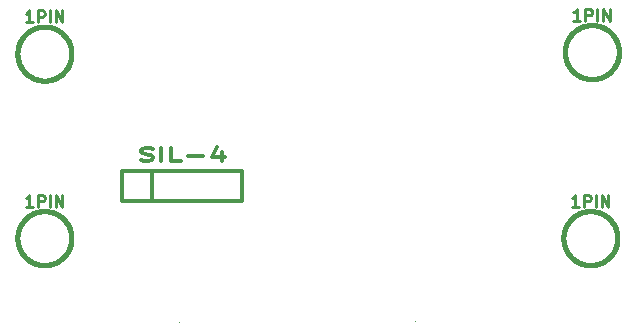
<source format=gto>
G04 ( created by brdgerber.py ( brdgerber.py v0.1 2014-03-12 ) ) date 2021-02-05 00:02:16 EST*
G04 Gerber Fmt 3.4, Leading zero omitted, Abs format*
%MOIN*%
%FSLAX34Y34*%
G01*
G70*
G90*
G04 APERTURE LIST*
%ADD10C,0.0800*%
%ADD14R,0.0550X0.0550*%
%ADD18C,0.0100*%
%ADD20C,0.0787*%
%ADD13C,0.0200*%
%ADD11C,0.0787*%
%ADD17C,0.1600*%
%ADD19C,0.0150*%
%ADD16C,0.0120*%
%ADD12C,0.0000*%
%ADD15C,0.0550*%
G04 APERTURE END LIST*
G54D10*
D16*
G01X-06100Y00150D02*
G01X-06100Y00150D01*
D16*
G01X-06100Y-00850D02*
G01X-06100Y00150D01*
D16*
G01X-06100Y00150D02*
G01X-06100Y00150D01*
D16*
G01X-06100Y00150D02*
G01X-02100Y00150D01*
D16*
G01X-02100Y00150D02*
G01X-02100Y-00850D01*
D16*
G01X-02100Y-00850D02*
G01X-06100Y-00850D01*
D16*
G01X-05100Y-00850D02*
G01X-05100Y00150D01*
D16*
G01X-05482Y00497D02*
G01X-05385Y00477D01*
G01X-05222Y00477D01*
G01X-05157Y00497D01*
G01X-05124Y00518D01*
G01X-05092Y00558D01*
G01X-05092Y00599D01*
G01X-05124Y00640D01*
G01X-05157Y00660D01*
G01X-05222Y00681D01*
G01X-05352Y00701D01*
G01X-05417Y00721D01*
G01X-05450Y00742D01*
G01X-05482Y00782D01*
G01X-05482Y00823D01*
G01X-05450Y00864D01*
G01X-05417Y00884D01*
G01X-05352Y00905D01*
G01X-05190Y00905D01*
G01X-05092Y00884D01*
D16*
G01X-04799Y00477D02*
G01X-04799Y00905D01*
D16*
G01X-04149Y00477D02*
G01X-04474Y00477D01*
G01X-04474Y00905D01*
D16*
G01X-03921Y00640D02*
G01X-03401Y00640D01*
D16*
G01X-02783Y00762D02*
G01X-02783Y00477D01*
D16*
G01X-02945Y00925D02*
G01X-03108Y00619D01*
G01X-02685Y00619D01*
D19*
G01X-07800Y04050D02*
G01X-07800Y04050D01*
G01X-07800Y04072D01*
G01X-07801Y04094D01*
G01X-07802Y04116D01*
G01X-07804Y04138D01*
G01X-07807Y04160D01*
G01X-07810Y04182D01*
G01X-07813Y04204D01*
G01X-07817Y04226D01*
G01X-07822Y04247D01*
G01X-07827Y04269D01*
G01X-07833Y04290D01*
G01X-07839Y04311D01*
G01X-07845Y04332D01*
G01X-07853Y04353D01*
G01X-07860Y04374D01*
G01X-07869Y04394D01*
G01X-07877Y04415D01*
G01X-07886Y04435D01*
G01X-07896Y04455D01*
G01X-07906Y04474D01*
G01X-07917Y04494D01*
G01X-07928Y04513D01*
G01X-07940Y04531D01*
G01X-07952Y04550D01*
G01X-07964Y04568D01*
G01X-07977Y04586D01*
G01X-07990Y04604D01*
G01X-08004Y04621D01*
G01X-08019Y04638D01*
G01X-08033Y04654D01*
G01X-08048Y04671D01*
G01X-08064Y04686D01*
G01X-08079Y04702D01*
G01X-08096Y04717D01*
G01X-08112Y04731D01*
G01X-08129Y04746D01*
G01X-08146Y04760D01*
G01X-08164Y04773D01*
G01X-08182Y04786D01*
G01X-08200Y04798D01*
G01X-08219Y04810D01*
G01X-08237Y04822D01*
G01X-08256Y04833D01*
G01X-08276Y04844D01*
G01X-08295Y04854D01*
G01X-08315Y04864D01*
G01X-08335Y04873D01*
G01X-08356Y04881D01*
G01X-08376Y04890D01*
G01X-08397Y04897D01*
G01X-08418Y04905D01*
G01X-08439Y04911D01*
G01X-08460Y04917D01*
G01X-08481Y04923D01*
G01X-08503Y04928D01*
G01X-08524Y04933D01*
G01X-08546Y04937D01*
G01X-08568Y04940D01*
G01X-08590Y04943D01*
G01X-08612Y04946D01*
G01X-08634Y04948D01*
G01X-08656Y04949D01*
G01X-08678Y04950D01*
G01X-08700Y04950D01*
G01X-08722Y04950D01*
G01X-08744Y04949D01*
G01X-08766Y04948D01*
G01X-08788Y04946D01*
G01X-08810Y04943D01*
G01X-08832Y04940D01*
G01X-08854Y04937D01*
G01X-08876Y04933D01*
G01X-08897Y04928D01*
G01X-08919Y04923D01*
G01X-08940Y04917D01*
G01X-08961Y04911D01*
G01X-08982Y04905D01*
G01X-09003Y04897D01*
G01X-09024Y04890D01*
G01X-09044Y04881D01*
G01X-09065Y04873D01*
G01X-09085Y04864D01*
G01X-09105Y04854D01*
G01X-09124Y04844D01*
G01X-09144Y04833D01*
G01X-09163Y04822D01*
G01X-09181Y04810D01*
G01X-09200Y04798D01*
G01X-09218Y04786D01*
G01X-09236Y04773D01*
G01X-09254Y04760D01*
G01X-09271Y04746D01*
G01X-09288Y04731D01*
G01X-09304Y04717D01*
G01X-09321Y04702D01*
G01X-09336Y04686D01*
G01X-09352Y04671D01*
G01X-09367Y04654D01*
G01X-09381Y04638D01*
G01X-09396Y04621D01*
G01X-09410Y04604D01*
G01X-09423Y04586D01*
G01X-09436Y04568D01*
G01X-09448Y04550D01*
G01X-09460Y04531D01*
G01X-09472Y04513D01*
G01X-09483Y04494D01*
G01X-09494Y04474D01*
G01X-09504Y04455D01*
G01X-09514Y04435D01*
G01X-09523Y04415D01*
G01X-09531Y04394D01*
G01X-09540Y04374D01*
G01X-09547Y04353D01*
G01X-09555Y04332D01*
G01X-09561Y04311D01*
G01X-09567Y04290D01*
G01X-09573Y04269D01*
G01X-09578Y04247D01*
G01X-09583Y04226D01*
G01X-09587Y04204D01*
G01X-09590Y04182D01*
G01X-09593Y04160D01*
G01X-09596Y04138D01*
G01X-09598Y04116D01*
G01X-09599Y04094D01*
G01X-09600Y04072D01*
G01X-09600Y04050D01*
G01X-09600Y04028D01*
G01X-09599Y04006D01*
G01X-09598Y03984D01*
G01X-09596Y03962D01*
G01X-09593Y03940D01*
G01X-09590Y03918D01*
G01X-09587Y03896D01*
G01X-09583Y03874D01*
G01X-09578Y03853D01*
G01X-09573Y03831D01*
G01X-09567Y03810D01*
G01X-09561Y03789D01*
G01X-09555Y03768D01*
G01X-09547Y03747D01*
G01X-09540Y03726D01*
G01X-09531Y03706D01*
G01X-09523Y03685D01*
G01X-09514Y03665D01*
G01X-09504Y03645D01*
G01X-09494Y03626D01*
G01X-09483Y03606D01*
G01X-09472Y03587D01*
G01X-09460Y03569D01*
G01X-09448Y03550D01*
G01X-09436Y03532D01*
G01X-09423Y03514D01*
G01X-09410Y03496D01*
G01X-09396Y03479D01*
G01X-09381Y03462D01*
G01X-09367Y03446D01*
G01X-09352Y03429D01*
G01X-09336Y03414D01*
G01X-09321Y03398D01*
G01X-09304Y03383D01*
G01X-09288Y03369D01*
G01X-09271Y03354D01*
G01X-09254Y03340D01*
G01X-09236Y03327D01*
G01X-09218Y03314D01*
G01X-09200Y03302D01*
G01X-09181Y03290D01*
G01X-09163Y03278D01*
G01X-09144Y03267D01*
G01X-09124Y03256D01*
G01X-09105Y03246D01*
G01X-09085Y03236D01*
G01X-09065Y03227D01*
G01X-09044Y03219D01*
G01X-09024Y03210D01*
G01X-09003Y03203D01*
G01X-08982Y03195D01*
G01X-08961Y03189D01*
G01X-08940Y03183D01*
G01X-08919Y03177D01*
G01X-08897Y03172D01*
G01X-08876Y03167D01*
G01X-08854Y03163D01*
G01X-08832Y03160D01*
G01X-08810Y03157D01*
G01X-08788Y03154D01*
G01X-08766Y03152D01*
G01X-08744Y03151D01*
G01X-08722Y03150D01*
G01X-08700Y03150D01*
G01X-08678Y03150D01*
G01X-08656Y03151D01*
G01X-08634Y03152D01*
G01X-08612Y03154D01*
G01X-08590Y03157D01*
G01X-08568Y03160D01*
G01X-08546Y03163D01*
G01X-08524Y03167D01*
G01X-08503Y03172D01*
G01X-08481Y03177D01*
G01X-08460Y03183D01*
G01X-08439Y03189D01*
G01X-08418Y03195D01*
G01X-08397Y03203D01*
G01X-08376Y03210D01*
G01X-08356Y03219D01*
G01X-08335Y03227D01*
G01X-08315Y03236D01*
G01X-08295Y03246D01*
G01X-08276Y03256D01*
G01X-08256Y03267D01*
G01X-08237Y03278D01*
G01X-08219Y03290D01*
G01X-08200Y03302D01*
G01X-08182Y03314D01*
G01X-08164Y03327D01*
G01X-08146Y03340D01*
G01X-08129Y03354D01*
G01X-08112Y03369D01*
G01X-08096Y03383D01*
G01X-08079Y03398D01*
G01X-08064Y03414D01*
G01X-08048Y03429D01*
G01X-08033Y03446D01*
G01X-08019Y03462D01*
G01X-08004Y03479D01*
G01X-07990Y03496D01*
G01X-07977Y03514D01*
G01X-07964Y03532D01*
G01X-07952Y03550D01*
G01X-07940Y03569D01*
G01X-07928Y03587D01*
G01X-07917Y03606D01*
G01X-07906Y03626D01*
G01X-07896Y03645D01*
G01X-07886Y03665D01*
G01X-07877Y03685D01*
G01X-07869Y03706D01*
G01X-07860Y03726D01*
G01X-07853Y03747D01*
G01X-07845Y03768D01*
G01X-07839Y03789D01*
G01X-07833Y03810D01*
G01X-07827Y03831D01*
G01X-07822Y03853D01*
G01X-07817Y03874D01*
G01X-07813Y03896D01*
G01X-07810Y03918D01*
G01X-07807Y03940D01*
G01X-07804Y03962D01*
G01X-07802Y03984D01*
G01X-07801Y04006D01*
G01X-07800Y04028D01*
G01X-07800Y04050D01*
D18*
G01X-09090Y05088D02*
G01X-09319Y05088D01*
D18*
G01X-09205Y05088D02*
G01X-09205Y05488D01*
G01X-09243Y05431D01*
G01X-09281Y05393D01*
G01X-09319Y05374D01*
D18*
G01X-08919Y05088D02*
G01X-08919Y05488D01*
G01X-08767Y05488D01*
G01X-08729Y05469D01*
G01X-08710Y05450D01*
G01X-08690Y05412D01*
G01X-08690Y05355D01*
G01X-08710Y05317D01*
G01X-08729Y05298D01*
G01X-08767Y05279D01*
G01X-08919Y05279D01*
D18*
G01X-08519Y05088D02*
G01X-08519Y05488D01*
D18*
G01X-08329Y05088D02*
G01X-08329Y05488D01*
G01X-08100Y05088D01*
G01X-08100Y05488D01*
D19*
G01X10450Y04100D02*
G01X10450Y04100D01*
G01X10450Y04122D01*
G01X10449Y04144D01*
G01X10448Y04166D01*
G01X10446Y04188D01*
G01X10443Y04210D01*
G01X10440Y04232D01*
G01X10437Y04254D01*
G01X10433Y04276D01*
G01X10428Y04297D01*
G01X10423Y04319D01*
G01X10417Y04340D01*
G01X10411Y04361D01*
G01X10405Y04382D01*
G01X10397Y04403D01*
G01X10390Y04424D01*
G01X10381Y04444D01*
G01X10373Y04465D01*
G01X10364Y04485D01*
G01X10354Y04505D01*
G01X10344Y04524D01*
G01X10333Y04544D01*
G01X10322Y04563D01*
G01X10310Y04581D01*
G01X10298Y04600D01*
G01X10286Y04618D01*
G01X10273Y04636D01*
G01X10260Y04654D01*
G01X10246Y04671D01*
G01X10231Y04688D01*
G01X10217Y04704D01*
G01X10202Y04721D01*
G01X10186Y04736D01*
G01X10171Y04752D01*
G01X10154Y04767D01*
G01X10138Y04781D01*
G01X10121Y04796D01*
G01X10104Y04810D01*
G01X10086Y04823D01*
G01X10068Y04836D01*
G01X10050Y04848D01*
G01X10031Y04860D01*
G01X10013Y04872D01*
G01X09994Y04883D01*
G01X09974Y04894D01*
G01X09955Y04904D01*
G01X09935Y04914D01*
G01X09915Y04923D01*
G01X09894Y04931D01*
G01X09874Y04940D01*
G01X09853Y04947D01*
G01X09832Y04955D01*
G01X09811Y04961D01*
G01X09790Y04967D01*
G01X09769Y04973D01*
G01X09747Y04978D01*
G01X09726Y04983D01*
G01X09704Y04987D01*
G01X09682Y04990D01*
G01X09660Y04993D01*
G01X09638Y04996D01*
G01X09616Y04998D01*
G01X09594Y04999D01*
G01X09572Y05000D01*
G01X09550Y05000D01*
G01X09528Y05000D01*
G01X09506Y04999D01*
G01X09484Y04998D01*
G01X09462Y04996D01*
G01X09440Y04993D01*
G01X09418Y04990D01*
G01X09396Y04987D01*
G01X09374Y04983D01*
G01X09353Y04978D01*
G01X09331Y04973D01*
G01X09310Y04967D01*
G01X09289Y04961D01*
G01X09268Y04955D01*
G01X09247Y04947D01*
G01X09226Y04940D01*
G01X09206Y04931D01*
G01X09185Y04923D01*
G01X09165Y04914D01*
G01X09145Y04904D01*
G01X09126Y04894D01*
G01X09106Y04883D01*
G01X09087Y04872D01*
G01X09069Y04860D01*
G01X09050Y04848D01*
G01X09032Y04836D01*
G01X09014Y04823D01*
G01X08996Y04810D01*
G01X08979Y04796D01*
G01X08962Y04781D01*
G01X08946Y04767D01*
G01X08929Y04752D01*
G01X08914Y04736D01*
G01X08898Y04721D01*
G01X08883Y04704D01*
G01X08869Y04688D01*
G01X08854Y04671D01*
G01X08840Y04654D01*
G01X08827Y04636D01*
G01X08814Y04618D01*
G01X08802Y04600D01*
G01X08790Y04581D01*
G01X08778Y04563D01*
G01X08767Y04544D01*
G01X08756Y04524D01*
G01X08746Y04505D01*
G01X08736Y04485D01*
G01X08727Y04465D01*
G01X08719Y04444D01*
G01X08710Y04424D01*
G01X08703Y04403D01*
G01X08695Y04382D01*
G01X08689Y04361D01*
G01X08683Y04340D01*
G01X08677Y04319D01*
G01X08672Y04297D01*
G01X08667Y04276D01*
G01X08663Y04254D01*
G01X08660Y04232D01*
G01X08657Y04210D01*
G01X08654Y04188D01*
G01X08652Y04166D01*
G01X08651Y04144D01*
G01X08650Y04122D01*
G01X08650Y04100D01*
G01X08650Y04078D01*
G01X08651Y04056D01*
G01X08652Y04034D01*
G01X08654Y04012D01*
G01X08657Y03990D01*
G01X08660Y03968D01*
G01X08663Y03946D01*
G01X08667Y03924D01*
G01X08672Y03903D01*
G01X08677Y03881D01*
G01X08683Y03860D01*
G01X08689Y03839D01*
G01X08695Y03818D01*
G01X08703Y03797D01*
G01X08710Y03776D01*
G01X08719Y03756D01*
G01X08727Y03735D01*
G01X08736Y03715D01*
G01X08746Y03695D01*
G01X08756Y03676D01*
G01X08767Y03656D01*
G01X08778Y03637D01*
G01X08790Y03619D01*
G01X08802Y03600D01*
G01X08814Y03582D01*
G01X08827Y03564D01*
G01X08840Y03546D01*
G01X08854Y03529D01*
G01X08869Y03512D01*
G01X08883Y03496D01*
G01X08898Y03479D01*
G01X08914Y03464D01*
G01X08929Y03448D01*
G01X08946Y03433D01*
G01X08962Y03419D01*
G01X08979Y03404D01*
G01X08996Y03390D01*
G01X09014Y03377D01*
G01X09032Y03364D01*
G01X09050Y03352D01*
G01X09069Y03340D01*
G01X09087Y03328D01*
G01X09106Y03317D01*
G01X09126Y03306D01*
G01X09145Y03296D01*
G01X09165Y03286D01*
G01X09185Y03277D01*
G01X09206Y03269D01*
G01X09226Y03260D01*
G01X09247Y03253D01*
G01X09268Y03245D01*
G01X09289Y03239D01*
G01X09310Y03233D01*
G01X09331Y03227D01*
G01X09353Y03222D01*
G01X09374Y03217D01*
G01X09396Y03213D01*
G01X09418Y03210D01*
G01X09440Y03207D01*
G01X09462Y03204D01*
G01X09484Y03202D01*
G01X09506Y03201D01*
G01X09528Y03200D01*
G01X09550Y03200D01*
G01X09572Y03200D01*
G01X09594Y03201D01*
G01X09616Y03202D01*
G01X09638Y03204D01*
G01X09660Y03207D01*
G01X09682Y03210D01*
G01X09704Y03213D01*
G01X09726Y03217D01*
G01X09747Y03222D01*
G01X09769Y03227D01*
G01X09790Y03233D01*
G01X09811Y03239D01*
G01X09832Y03245D01*
G01X09853Y03253D01*
G01X09874Y03260D01*
G01X09894Y03269D01*
G01X09915Y03277D01*
G01X09935Y03286D01*
G01X09955Y03296D01*
G01X09974Y03306D01*
G01X09994Y03317D01*
G01X10013Y03328D01*
G01X10031Y03340D01*
G01X10050Y03352D01*
G01X10068Y03364D01*
G01X10086Y03377D01*
G01X10104Y03390D01*
G01X10121Y03404D01*
G01X10138Y03419D01*
G01X10154Y03433D01*
G01X10171Y03448D01*
G01X10186Y03464D01*
G01X10202Y03479D01*
G01X10217Y03496D01*
G01X10231Y03512D01*
G01X10246Y03529D01*
G01X10260Y03546D01*
G01X10273Y03564D01*
G01X10286Y03582D01*
G01X10298Y03600D01*
G01X10310Y03619D01*
G01X10322Y03637D01*
G01X10333Y03656D01*
G01X10344Y03676D01*
G01X10354Y03695D01*
G01X10364Y03715D01*
G01X10373Y03735D01*
G01X10381Y03756D01*
G01X10390Y03776D01*
G01X10397Y03797D01*
G01X10405Y03818D01*
G01X10411Y03839D01*
G01X10417Y03860D01*
G01X10423Y03881D01*
G01X10428Y03903D01*
G01X10433Y03924D01*
G01X10437Y03946D01*
G01X10440Y03968D01*
G01X10443Y03990D01*
G01X10446Y04012D01*
G01X10448Y04034D01*
G01X10449Y04056D01*
G01X10450Y04078D01*
G01X10450Y04100D01*
D18*
G01X09160Y05138D02*
G01X08931Y05138D01*
D18*
G01X09045Y05138D02*
G01X09045Y05538D01*
G01X09007Y05481D01*
G01X08969Y05443D01*
G01X08931Y05424D01*
D18*
G01X09331Y05138D02*
G01X09331Y05538D01*
G01X09483Y05538D01*
G01X09521Y05519D01*
G01X09540Y05500D01*
G01X09560Y05462D01*
G01X09560Y05405D01*
G01X09540Y05367D01*
G01X09521Y05348D01*
G01X09483Y05329D01*
G01X09331Y05329D01*
D18*
G01X09731Y05138D02*
G01X09731Y05538D01*
D18*
G01X09921Y05138D02*
G01X09921Y05538D01*
G01X10150Y05138D01*
G01X10150Y05538D01*
D19*
G01X-07800Y-02100D02*
G01X-07800Y-02100D01*
G01X-07800Y-02078D01*
G01X-07801Y-02056D01*
G01X-07802Y-02034D01*
G01X-07804Y-02012D01*
G01X-07807Y-01990D01*
G01X-07810Y-01968D01*
G01X-07813Y-01946D01*
G01X-07817Y-01924D01*
G01X-07822Y-01903D01*
G01X-07827Y-01881D01*
G01X-07833Y-01860D01*
G01X-07839Y-01839D01*
G01X-07845Y-01818D01*
G01X-07853Y-01797D01*
G01X-07860Y-01776D01*
G01X-07869Y-01756D01*
G01X-07877Y-01735D01*
G01X-07886Y-01715D01*
G01X-07896Y-01695D01*
G01X-07906Y-01676D01*
G01X-07917Y-01656D01*
G01X-07928Y-01637D01*
G01X-07940Y-01619D01*
G01X-07952Y-01600D01*
G01X-07964Y-01582D01*
G01X-07977Y-01564D01*
G01X-07990Y-01546D01*
G01X-08004Y-01529D01*
G01X-08019Y-01512D01*
G01X-08033Y-01496D01*
G01X-08048Y-01479D01*
G01X-08064Y-01464D01*
G01X-08079Y-01448D01*
G01X-08096Y-01433D01*
G01X-08112Y-01419D01*
G01X-08129Y-01404D01*
G01X-08146Y-01390D01*
G01X-08164Y-01377D01*
G01X-08182Y-01364D01*
G01X-08200Y-01352D01*
G01X-08219Y-01340D01*
G01X-08237Y-01328D01*
G01X-08256Y-01317D01*
G01X-08276Y-01306D01*
G01X-08295Y-01296D01*
G01X-08315Y-01286D01*
G01X-08335Y-01277D01*
G01X-08356Y-01269D01*
G01X-08376Y-01260D01*
G01X-08397Y-01253D01*
G01X-08418Y-01245D01*
G01X-08439Y-01239D01*
G01X-08460Y-01233D01*
G01X-08481Y-01227D01*
G01X-08503Y-01222D01*
G01X-08524Y-01217D01*
G01X-08546Y-01213D01*
G01X-08568Y-01210D01*
G01X-08590Y-01207D01*
G01X-08612Y-01204D01*
G01X-08634Y-01202D01*
G01X-08656Y-01201D01*
G01X-08678Y-01200D01*
G01X-08700Y-01200D01*
G01X-08722Y-01200D01*
G01X-08744Y-01201D01*
G01X-08766Y-01202D01*
G01X-08788Y-01204D01*
G01X-08810Y-01207D01*
G01X-08832Y-01210D01*
G01X-08854Y-01213D01*
G01X-08876Y-01217D01*
G01X-08897Y-01222D01*
G01X-08919Y-01227D01*
G01X-08940Y-01233D01*
G01X-08961Y-01239D01*
G01X-08982Y-01245D01*
G01X-09003Y-01253D01*
G01X-09024Y-01260D01*
G01X-09044Y-01269D01*
G01X-09065Y-01277D01*
G01X-09085Y-01286D01*
G01X-09105Y-01296D01*
G01X-09124Y-01306D01*
G01X-09144Y-01317D01*
G01X-09163Y-01328D01*
G01X-09181Y-01340D01*
G01X-09200Y-01352D01*
G01X-09218Y-01364D01*
G01X-09236Y-01377D01*
G01X-09254Y-01390D01*
G01X-09271Y-01404D01*
G01X-09288Y-01419D01*
G01X-09304Y-01433D01*
G01X-09321Y-01448D01*
G01X-09336Y-01464D01*
G01X-09352Y-01479D01*
G01X-09367Y-01496D01*
G01X-09381Y-01512D01*
G01X-09396Y-01529D01*
G01X-09410Y-01546D01*
G01X-09423Y-01564D01*
G01X-09436Y-01582D01*
G01X-09448Y-01600D01*
G01X-09460Y-01619D01*
G01X-09472Y-01637D01*
G01X-09483Y-01656D01*
G01X-09494Y-01676D01*
G01X-09504Y-01695D01*
G01X-09514Y-01715D01*
G01X-09523Y-01735D01*
G01X-09531Y-01756D01*
G01X-09540Y-01776D01*
G01X-09547Y-01797D01*
G01X-09555Y-01818D01*
G01X-09561Y-01839D01*
G01X-09567Y-01860D01*
G01X-09573Y-01881D01*
G01X-09578Y-01903D01*
G01X-09583Y-01924D01*
G01X-09587Y-01946D01*
G01X-09590Y-01968D01*
G01X-09593Y-01990D01*
G01X-09596Y-02012D01*
G01X-09598Y-02034D01*
G01X-09599Y-02056D01*
G01X-09600Y-02078D01*
G01X-09600Y-02100D01*
G01X-09600Y-02122D01*
G01X-09599Y-02144D01*
G01X-09598Y-02166D01*
G01X-09596Y-02188D01*
G01X-09593Y-02210D01*
G01X-09590Y-02232D01*
G01X-09587Y-02254D01*
G01X-09583Y-02276D01*
G01X-09578Y-02297D01*
G01X-09573Y-02319D01*
G01X-09567Y-02340D01*
G01X-09561Y-02361D01*
G01X-09555Y-02382D01*
G01X-09547Y-02403D01*
G01X-09540Y-02424D01*
G01X-09531Y-02444D01*
G01X-09523Y-02465D01*
G01X-09514Y-02485D01*
G01X-09504Y-02505D01*
G01X-09494Y-02524D01*
G01X-09483Y-02544D01*
G01X-09472Y-02563D01*
G01X-09460Y-02581D01*
G01X-09448Y-02600D01*
G01X-09436Y-02618D01*
G01X-09423Y-02636D01*
G01X-09410Y-02654D01*
G01X-09396Y-02671D01*
G01X-09381Y-02688D01*
G01X-09367Y-02704D01*
G01X-09352Y-02721D01*
G01X-09336Y-02736D01*
G01X-09321Y-02752D01*
G01X-09304Y-02767D01*
G01X-09288Y-02781D01*
G01X-09271Y-02796D01*
G01X-09254Y-02810D01*
G01X-09236Y-02823D01*
G01X-09218Y-02836D01*
G01X-09200Y-02848D01*
G01X-09181Y-02860D01*
G01X-09163Y-02872D01*
G01X-09144Y-02883D01*
G01X-09124Y-02894D01*
G01X-09105Y-02904D01*
G01X-09085Y-02914D01*
G01X-09065Y-02923D01*
G01X-09044Y-02931D01*
G01X-09024Y-02940D01*
G01X-09003Y-02947D01*
G01X-08982Y-02955D01*
G01X-08961Y-02961D01*
G01X-08940Y-02967D01*
G01X-08919Y-02973D01*
G01X-08897Y-02978D01*
G01X-08876Y-02983D01*
G01X-08854Y-02987D01*
G01X-08832Y-02990D01*
G01X-08810Y-02993D01*
G01X-08788Y-02996D01*
G01X-08766Y-02998D01*
G01X-08744Y-02999D01*
G01X-08722Y-03000D01*
G01X-08700Y-03000D01*
G01X-08678Y-03000D01*
G01X-08656Y-02999D01*
G01X-08634Y-02998D01*
G01X-08612Y-02996D01*
G01X-08590Y-02993D01*
G01X-08568Y-02990D01*
G01X-08546Y-02987D01*
G01X-08524Y-02983D01*
G01X-08503Y-02978D01*
G01X-08481Y-02973D01*
G01X-08460Y-02967D01*
G01X-08439Y-02961D01*
G01X-08418Y-02955D01*
G01X-08397Y-02947D01*
G01X-08376Y-02940D01*
G01X-08356Y-02931D01*
G01X-08335Y-02923D01*
G01X-08315Y-02914D01*
G01X-08295Y-02904D01*
G01X-08276Y-02894D01*
G01X-08256Y-02883D01*
G01X-08237Y-02872D01*
G01X-08219Y-02860D01*
G01X-08200Y-02848D01*
G01X-08182Y-02836D01*
G01X-08164Y-02823D01*
G01X-08146Y-02810D01*
G01X-08129Y-02796D01*
G01X-08112Y-02781D01*
G01X-08096Y-02767D01*
G01X-08079Y-02752D01*
G01X-08064Y-02736D01*
G01X-08048Y-02721D01*
G01X-08033Y-02704D01*
G01X-08019Y-02688D01*
G01X-08004Y-02671D01*
G01X-07990Y-02654D01*
G01X-07977Y-02636D01*
G01X-07964Y-02618D01*
G01X-07952Y-02600D01*
G01X-07940Y-02581D01*
G01X-07928Y-02563D01*
G01X-07917Y-02544D01*
G01X-07906Y-02524D01*
G01X-07896Y-02505D01*
G01X-07886Y-02485D01*
G01X-07877Y-02465D01*
G01X-07869Y-02444D01*
G01X-07860Y-02424D01*
G01X-07853Y-02403D01*
G01X-07845Y-02382D01*
G01X-07839Y-02361D01*
G01X-07833Y-02340D01*
G01X-07827Y-02319D01*
G01X-07822Y-02297D01*
G01X-07817Y-02276D01*
G01X-07813Y-02254D01*
G01X-07810Y-02232D01*
G01X-07807Y-02210D01*
G01X-07804Y-02188D01*
G01X-07802Y-02166D01*
G01X-07801Y-02144D01*
G01X-07800Y-02122D01*
G01X-07800Y-02100D01*
D18*
G01X-09090Y-01062D02*
G01X-09319Y-01062D01*
D18*
G01X-09205Y-01062D02*
G01X-09205Y-00662D01*
G01X-09243Y-00719D01*
G01X-09281Y-00757D01*
G01X-09319Y-00776D01*
D18*
G01X-08919Y-01062D02*
G01X-08919Y-00662D01*
G01X-08767Y-00662D01*
G01X-08729Y-00681D01*
G01X-08710Y-00700D01*
G01X-08690Y-00738D01*
G01X-08690Y-00795D01*
G01X-08710Y-00833D01*
G01X-08729Y-00852D01*
G01X-08767Y-00871D01*
G01X-08919Y-00871D01*
D18*
G01X-08519Y-01062D02*
G01X-08519Y-00662D01*
D18*
G01X-08329Y-01062D02*
G01X-08329Y-00662D01*
G01X-08100Y-01062D01*
G01X-08100Y-00662D01*
D19*
G01X10400Y-02100D02*
G01X10400Y-02100D01*
G01X10400Y-02078D01*
G01X10399Y-02056D01*
G01X10398Y-02034D01*
G01X10396Y-02012D01*
G01X10393Y-01990D01*
G01X10390Y-01968D01*
G01X10387Y-01946D01*
G01X10383Y-01924D01*
G01X10378Y-01903D01*
G01X10373Y-01881D01*
G01X10367Y-01860D01*
G01X10361Y-01839D01*
G01X10355Y-01818D01*
G01X10347Y-01797D01*
G01X10340Y-01776D01*
G01X10331Y-01756D01*
G01X10323Y-01735D01*
G01X10314Y-01715D01*
G01X10304Y-01695D01*
G01X10294Y-01676D01*
G01X10283Y-01656D01*
G01X10272Y-01637D01*
G01X10260Y-01619D01*
G01X10248Y-01600D01*
G01X10236Y-01582D01*
G01X10223Y-01564D01*
G01X10210Y-01546D01*
G01X10196Y-01529D01*
G01X10181Y-01512D01*
G01X10167Y-01496D01*
G01X10152Y-01479D01*
G01X10136Y-01464D01*
G01X10121Y-01448D01*
G01X10104Y-01433D01*
G01X10088Y-01419D01*
G01X10071Y-01404D01*
G01X10054Y-01390D01*
G01X10036Y-01377D01*
G01X10018Y-01364D01*
G01X10000Y-01352D01*
G01X09981Y-01340D01*
G01X09963Y-01328D01*
G01X09944Y-01317D01*
G01X09924Y-01306D01*
G01X09905Y-01296D01*
G01X09885Y-01286D01*
G01X09865Y-01277D01*
G01X09844Y-01269D01*
G01X09824Y-01260D01*
G01X09803Y-01253D01*
G01X09782Y-01245D01*
G01X09761Y-01239D01*
G01X09740Y-01233D01*
G01X09719Y-01227D01*
G01X09697Y-01222D01*
G01X09676Y-01217D01*
G01X09654Y-01213D01*
G01X09632Y-01210D01*
G01X09610Y-01207D01*
G01X09588Y-01204D01*
G01X09566Y-01202D01*
G01X09544Y-01201D01*
G01X09522Y-01200D01*
G01X09500Y-01200D01*
G01X09478Y-01200D01*
G01X09456Y-01201D01*
G01X09434Y-01202D01*
G01X09412Y-01204D01*
G01X09390Y-01207D01*
G01X09368Y-01210D01*
G01X09346Y-01213D01*
G01X09324Y-01217D01*
G01X09303Y-01222D01*
G01X09281Y-01227D01*
G01X09260Y-01233D01*
G01X09239Y-01239D01*
G01X09218Y-01245D01*
G01X09197Y-01253D01*
G01X09176Y-01260D01*
G01X09156Y-01269D01*
G01X09135Y-01277D01*
G01X09115Y-01286D01*
G01X09095Y-01296D01*
G01X09076Y-01306D01*
G01X09056Y-01317D01*
G01X09037Y-01328D01*
G01X09019Y-01340D01*
G01X09000Y-01352D01*
G01X08982Y-01364D01*
G01X08964Y-01377D01*
G01X08946Y-01390D01*
G01X08929Y-01404D01*
G01X08912Y-01419D01*
G01X08896Y-01433D01*
G01X08879Y-01448D01*
G01X08864Y-01464D01*
G01X08848Y-01479D01*
G01X08833Y-01496D01*
G01X08819Y-01512D01*
G01X08804Y-01529D01*
G01X08790Y-01546D01*
G01X08777Y-01564D01*
G01X08764Y-01582D01*
G01X08752Y-01600D01*
G01X08740Y-01619D01*
G01X08728Y-01637D01*
G01X08717Y-01656D01*
G01X08706Y-01676D01*
G01X08696Y-01695D01*
G01X08686Y-01715D01*
G01X08677Y-01735D01*
G01X08669Y-01756D01*
G01X08660Y-01776D01*
G01X08653Y-01797D01*
G01X08645Y-01818D01*
G01X08639Y-01839D01*
G01X08633Y-01860D01*
G01X08627Y-01881D01*
G01X08622Y-01903D01*
G01X08617Y-01924D01*
G01X08613Y-01946D01*
G01X08610Y-01968D01*
G01X08607Y-01990D01*
G01X08604Y-02012D01*
G01X08602Y-02034D01*
G01X08601Y-02056D01*
G01X08600Y-02078D01*
G01X08600Y-02100D01*
G01X08600Y-02122D01*
G01X08601Y-02144D01*
G01X08602Y-02166D01*
G01X08604Y-02188D01*
G01X08607Y-02210D01*
G01X08610Y-02232D01*
G01X08613Y-02254D01*
G01X08617Y-02276D01*
G01X08622Y-02297D01*
G01X08627Y-02319D01*
G01X08633Y-02340D01*
G01X08639Y-02361D01*
G01X08645Y-02382D01*
G01X08653Y-02403D01*
G01X08660Y-02424D01*
G01X08669Y-02444D01*
G01X08677Y-02465D01*
G01X08686Y-02485D01*
G01X08696Y-02505D01*
G01X08706Y-02524D01*
G01X08717Y-02544D01*
G01X08728Y-02563D01*
G01X08740Y-02581D01*
G01X08752Y-02600D01*
G01X08764Y-02618D01*
G01X08777Y-02636D01*
G01X08790Y-02654D01*
G01X08804Y-02671D01*
G01X08819Y-02688D01*
G01X08833Y-02704D01*
G01X08848Y-02721D01*
G01X08864Y-02736D01*
G01X08879Y-02752D01*
G01X08896Y-02767D01*
G01X08912Y-02781D01*
G01X08929Y-02796D01*
G01X08946Y-02810D01*
G01X08964Y-02823D01*
G01X08982Y-02836D01*
G01X09000Y-02848D01*
G01X09019Y-02860D01*
G01X09037Y-02872D01*
G01X09056Y-02883D01*
G01X09076Y-02894D01*
G01X09095Y-02904D01*
G01X09115Y-02914D01*
G01X09135Y-02923D01*
G01X09156Y-02931D01*
G01X09176Y-02940D01*
G01X09197Y-02947D01*
G01X09218Y-02955D01*
G01X09239Y-02961D01*
G01X09260Y-02967D01*
G01X09281Y-02973D01*
G01X09303Y-02978D01*
G01X09324Y-02983D01*
G01X09346Y-02987D01*
G01X09368Y-02990D01*
G01X09390Y-02993D01*
G01X09412Y-02996D01*
G01X09434Y-02998D01*
G01X09456Y-02999D01*
G01X09478Y-03000D01*
G01X09500Y-03000D01*
G01X09522Y-03000D01*
G01X09544Y-02999D01*
G01X09566Y-02998D01*
G01X09588Y-02996D01*
G01X09610Y-02993D01*
G01X09632Y-02990D01*
G01X09654Y-02987D01*
G01X09676Y-02983D01*
G01X09697Y-02978D01*
G01X09719Y-02973D01*
G01X09740Y-02967D01*
G01X09761Y-02961D01*
G01X09782Y-02955D01*
G01X09803Y-02947D01*
G01X09824Y-02940D01*
G01X09844Y-02931D01*
G01X09865Y-02923D01*
G01X09885Y-02914D01*
G01X09905Y-02904D01*
G01X09924Y-02894D01*
G01X09944Y-02883D01*
G01X09963Y-02872D01*
G01X09981Y-02860D01*
G01X10000Y-02848D01*
G01X10018Y-02836D01*
G01X10036Y-02823D01*
G01X10054Y-02810D01*
G01X10071Y-02796D01*
G01X10088Y-02781D01*
G01X10104Y-02767D01*
G01X10121Y-02752D01*
G01X10136Y-02736D01*
G01X10152Y-02721D01*
G01X10167Y-02704D01*
G01X10181Y-02688D01*
G01X10196Y-02671D01*
G01X10210Y-02654D01*
G01X10223Y-02636D01*
G01X10236Y-02618D01*
G01X10248Y-02600D01*
G01X10260Y-02581D01*
G01X10272Y-02563D01*
G01X10283Y-02544D01*
G01X10294Y-02524D01*
G01X10304Y-02505D01*
G01X10314Y-02485D01*
G01X10323Y-02465D01*
G01X10331Y-02444D01*
G01X10340Y-02424D01*
G01X10347Y-02403D01*
G01X10355Y-02382D01*
G01X10361Y-02361D01*
G01X10367Y-02340D01*
G01X10373Y-02319D01*
G01X10378Y-02297D01*
G01X10383Y-02276D01*
G01X10387Y-02254D01*
G01X10390Y-02232D01*
G01X10393Y-02210D01*
G01X10396Y-02188D01*
G01X10398Y-02166D01*
G01X10399Y-02144D01*
G01X10400Y-02122D01*
G01X10400Y-02100D01*
D18*
G01X09110Y-01062D02*
G01X08881Y-01062D01*
D18*
G01X08995Y-01062D02*
G01X08995Y-00662D01*
G01X08957Y-00719D01*
G01X08919Y-00757D01*
G01X08881Y-00776D01*
D18*
G01X09281Y-01062D02*
G01X09281Y-00662D01*
G01X09433Y-00662D01*
G01X09471Y-00681D01*
G01X09490Y-00700D01*
G01X09510Y-00738D01*
G01X09510Y-00795D01*
G01X09490Y-00833D01*
G01X09471Y-00852D01*
G01X09433Y-00871D01*
G01X09281Y-00871D01*
D18*
G01X09681Y-01062D02*
G01X09681Y-00662D01*
D18*
G01X09871Y-01062D02*
G01X09871Y-00662D01*
G01X10100Y-01062D01*
G01X10100Y-00662D01*
D12*
G01X-04200Y-04900D02*
G01X-04200Y-04900D01*
G01X-04200Y-04900D01*
D12*
G01X-04200Y-04900D02*
G01X-04200Y-04900D01*
G01X-04200Y-04900D01*
G01X-04200Y-04900D01*
D12*
G01X-04200Y-04900D02*
G01X-04200Y-04900D01*
D12*
G01X-04200Y-04900D02*
G01X-04200Y-04900D01*
G01X-04200Y-04900D01*
D12*
G01X-04200Y-04900D02*
G01X-04200Y-04900D01*
G01X-04200Y-04900D01*
G01X-04200Y-04900D01*
G01X-04200Y-04900D01*
D12*
G01X-04200Y-04900D02*
G01X-04200Y-04900D01*
D12*
G01X-04200Y-04900D02*
G01X-04200Y-04900D01*
G01X-04200Y-04900D01*
G01X-04200Y-04900D01*
D12*
G01X-04200Y-04900D02*
G01X-04200Y-04900D01*
G01X-04200Y-04900D01*
D12*
G01X-04200Y-04900D02*
G01X-04200Y-04900D01*
G01X-04200Y-04900D01*
G01X-04200Y-04900D01*
G01X-04200Y-04900D01*
G01X-04200Y-04900D01*
D12*
G01X-04200Y-04900D02*
G01X-04200Y-04900D01*
G01X-04200Y-04900D01*
G01X-04200Y-04900D01*
G01X-04200Y-04900D01*
G01X-04200Y-04900D01*
G01X-04200Y-04900D01*
G01X-04200Y-04900D01*
G01X-04200Y-04900D01*
G01X-04200Y-04900D01*
D12*
G01X-04200Y-04900D02*
G01X-04200Y-04900D01*
G01X-04200Y-04900D01*
G01X-04200Y-04900D01*
D12*
G01X-04200Y-04900D02*
G01X-04200Y-04900D01*
D12*
G01X-04200Y-04900D02*
G01X-04200Y-04900D01*
G01X-04200Y-04900D01*
D12*
G01X-04200Y-04900D02*
G01X-04200Y-04900D01*
G01X-04200Y-04900D01*
D12*
G01X-04200Y-04900D02*
G01X-04200Y-04900D01*
D12*
G01X-04200Y-04900D02*
G01X-04200Y-04900D01*
G01X-04200Y-04900D01*
D12*
G01X-04200Y-04900D02*
G01X-04200Y-04900D01*
G01X-04200Y-04900D01*
D12*
G01X03650Y-04850D02*
G01X03650Y-04850D01*
G01X03650Y-04850D01*
D12*
G01X03650Y-04850D02*
G01X03650Y-04850D01*
G01X03650Y-04850D01*
G01X03650Y-04850D01*
D12*
G01X03650Y-04850D02*
G01X03650Y-04850D01*
D12*
G01X03650Y-04850D02*
G01X03650Y-04850D01*
G01X03650Y-04850D01*
D12*
G01X03650Y-04850D02*
G01X03650Y-04850D01*
G01X03650Y-04850D01*
G01X03650Y-04850D01*
G01X03650Y-04850D01*
D12*
G01X03650Y-04850D02*
G01X03650Y-04850D01*
D12*
G01X03650Y-04850D02*
G01X03650Y-04850D01*
G01X03650Y-04850D01*
G01X03650Y-04850D01*
D12*
G01X03650Y-04850D02*
G01X03650Y-04850D01*
G01X03650Y-04850D01*
D12*
G01X03650Y-04850D02*
G01X03650Y-04850D01*
G01X03650Y-04850D01*
G01X03650Y-04850D01*
G01X03650Y-04850D01*
G01X03650Y-04850D01*
D12*
G01X03650Y-04850D02*
G01X03650Y-04850D01*
G01X03650Y-04850D01*
G01X03650Y-04850D01*
G01X03650Y-04850D01*
G01X03650Y-04850D01*
G01X03650Y-04850D01*
G01X03650Y-04850D01*
G01X03650Y-04850D01*
G01X03650Y-04850D01*
D12*
G01X03650Y-04850D02*
G01X03650Y-04850D01*
G01X03650Y-04850D01*
G01X03650Y-04850D01*
D12*
G01X03650Y-04850D02*
G01X03650Y-04850D01*
D12*
G01X03650Y-04850D02*
G01X03650Y-04850D01*
G01X03650Y-04850D01*
D12*
G01X03650Y-04850D02*
G01X03650Y-04850D01*
G01X03650Y-04850D01*
D12*
G01X03650Y-04850D02*
G01X03650Y-04850D01*
D12*
G01X03650Y-04850D02*
G01X03650Y-04850D01*
G01X03650Y-04850D01*
D12*
G01X03650Y-04850D02*
G01X03650Y-04850D01*
G01X03650Y-04850D01*
M02*

</source>
